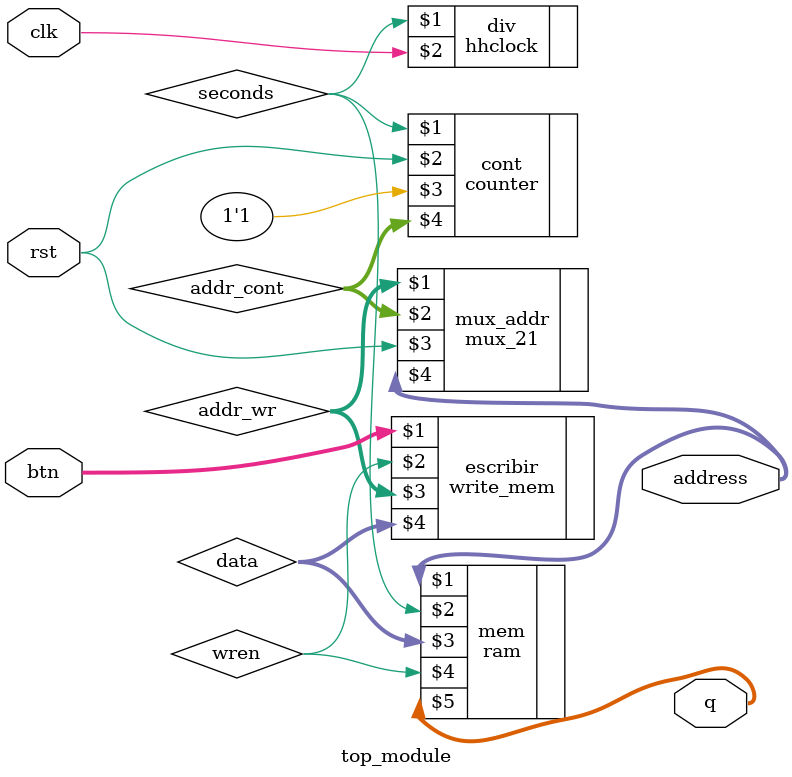
<source format=sv>
module top_module(input logic clk, rst,
						input logic [2:0] btn,
						output [7:0] q,
						output [7:0] address);

logic wren, seconds;

logic [7:0] data, addr_wr, addr_cont;


ram mem(address, seconds, data, wren, q);
counter cont(seconds, rst, 1'b1, addr_cont);
hhclock div(seconds, clk);
write_mem escribir(btn, wren, addr_wr, data);
mux_21 mux_addr(addr_wr, addr_cont, rst, address);

endmodule

</source>
